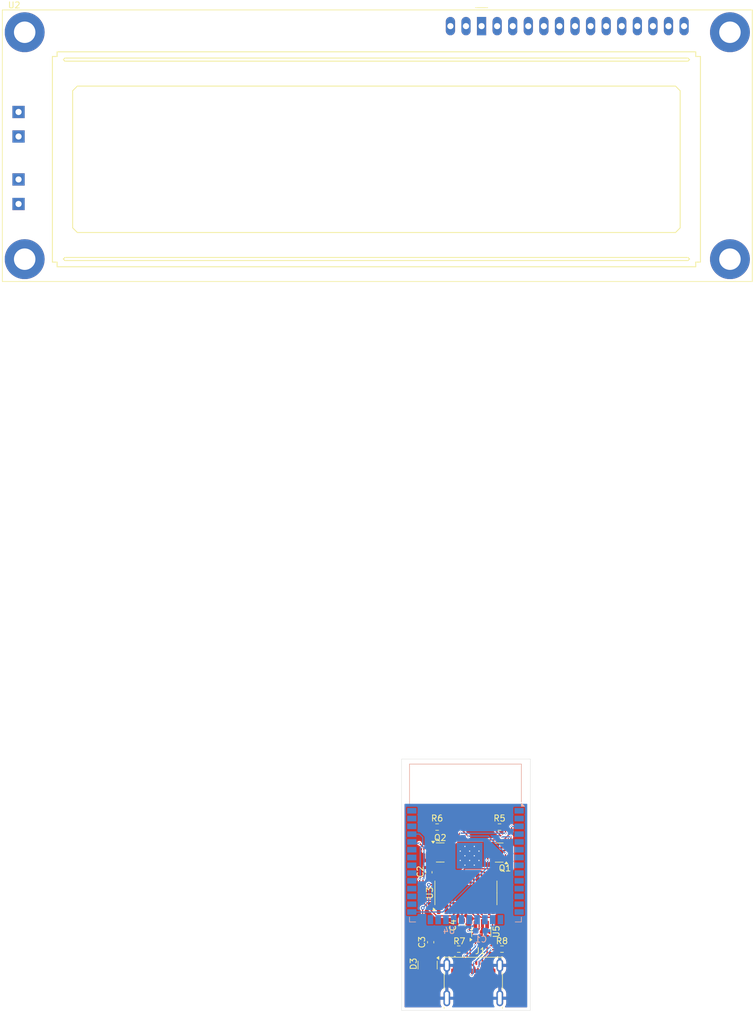
<source format=kicad_pcb>
(kicad_pcb (version 20240108) (generator "pcbnew") (generator_version "8.0")
  (layers (0 "F.Cu" signal) (31 "B.Cu" signal) (34 "B.Paste" user) (35 "F.Paste" user) (36 "B.SilkS" user "B.Silkscreen") (37 "F.SilkS" user "F.Silkscreen") (38 "B.Mask" user) (39 "F.Mask" user) (44 "Edge.Cuts" user))
  (net 0 "")
  (net 1 "GND")
  (net 2 "+3.3V")
  (net 3 "+5V")
  (net 5 "/USB and Programmer/USB_D+")
  (net 7 "/USB and Programmer/USB_D-")
  (net 16 "Net-(J1-CC2)")
  (net 17 "Net-(J1-CC1)")
  (net 18 "Net-(Q1-B)")
  (net 19 "/USB and Programmer/ESP_IO0")
  (net 20 "Net-(Q1-E)")
  (net 21 "Net-(Q2-B)")
  (net 22 "/USB and Programmer/ESP_EN")
  (net 23 "Net-(Q2-E)")
  (net 24 "Net-(U1-IO19)")
  (net 25 "Net-(U1-IO5)")
  (net 26 "Net-(U1-IO21)")
  (net 27 "Net-(U1-IO22)")
  (net 28 "Net-(U1-IO13)")
  (net 29 "Net-(U1-IO18)")
  (net 30 "Net-(U1-IO17)")
  (net 31 "Net-(U1-IO16)")
  (net 32 "VDD")
  (net 33 "Net-(U1-IO27)")
  (net 34 "Net-(U1-IO23)")
  (net 35 "Net-(U2-VO)")
  (net 36 "/USB and Programmer/ESP_TX")
  (net 39 "/USB and Programmer/ESP_RX")
  (net 42 "Net-(U3-V3)")
  (net 47 "Net-(U4-GND-Pad1)")
  (footprint "Connector_USB:USB_C_Receptacle_Molex_105450-0101" (layer "F.Cu") (at 152.6525 185.955)
    (property "Reference" "J1" (at 1.1475 -5.155 0) (layer "F.SilkS"))
    (property "Value" "USB_C_Receptacle")
    (fp_line (start -4.75 -4.125) (end 4.75 -4.125) (stroke (width 0.12)) (layer "F.SilkS"))
    (fp_line (start -4.75 -1.625) (end -4.75 1.075) (stroke (width 0.12)) (layer "F.SilkS"))
    (fp_line (start -4.75 4.235) (end -4.75 4.025) (stroke (width 0.12)) (layer "F.SilkS"))
    (fp_line (start -3.125 -4.275) (end -2.9 -4.275) (stroke (width 0.12)) (layer "F.SilkS"))
    (fp_line (start 4.75 1.125) (end 4.75 -1.6) (stroke (width 0.12)) (layer "F.SilkS"))
    (fp_line (start 4.75 4.225) (end 4.75 4) (stroke (width 0.12)) (layer "F.SilkS"))
    (pad "A1" smd rect (at -3 -3.215) (size 0.3 0.7) (layers "F.Cu" "F.Paste" "F.Mask") (net 1 "GND"))
    (pad "A2" smd rect (at -2.5 -3.215) (size 0.3 0.7) (layers "F.Cu" "F.Paste" "F.Mask"))
    (pad "A3" smd rect (at -2 -3.215) (size 0.3 0.7) (layers "F.Cu" "F.Paste" "F.Mask"))
    (pad "A4" smd rect (at -1.5 -3.215) (size 0.3 0.7) (layers "F.Cu" "F.Paste" "F.Mask") (net 3 "+5V"))
    (pad "A5" smd rect (at -1 -3.215) (size 0.3 0.7) (layers "F.Cu" "F.Paste" "F.Mask") (net 17 "Net-(J1-CC1)"))
    (pad "A6" smd rect (at -0.5 -3.215) (size 0.3 0.7) (layers "F.Cu" "F.Paste" "F.Mask") (net 5 "/USB and Programmer/USB_D+"))
    (pad "A7" smd rect (at 0.5 -3.215) (size 0.3 0.7) (layers "F.Cu" "F.Paste" "F.Mask") (net 7 "/USB and Programmer/USB_D-"))
    (pad "A8" smd rect (at 1 -3.215) (size 0.3 0.7) (layers "F.Cu" "F.Paste" "F.Mask"))
    (pad "A9" smd rect (at 1.5 -3.215) (size 0.3 0.7) (layers "F.Cu" "F.Paste" "F.Mask") (net 3 "+5V"))
    (pad "A10" smd rect (at 2 -3.215) (size 0.3 0.7) (layers "F.Cu" "F.Paste" "F.Mask"))
    (pad "A11" smd rect (at 2.5 -3.215) (size 0.3 0.7) (layers "F.Cu" "F.Paste" "F.Mask"))
    (pad "A12" smd rect (at 3 -3.215) (size 0.3 0.7) (layers "F.Cu" "F.Paste" "F.Mask") (net 1 "GND"))
    (pad "B1" smd rect (at 3.1 -1.915) (size 1 0.7) (layers "F.Cu" "F.Paste" "F.Mask") (net 1 "GND"))
    (pad "B2" smd rect (at 2.25 -1.915) (size 0.3 0.7) (layers "F.Cu" "F.Paste" "F.Mask"))
    (pad "B3" smd rect (at 1.75 -1.915) (size 0.3 0.7) (layers "F.Cu" "F.Paste" "F.Mask"))
    (pad "B4" smd rect (at 1.25 -1.915) (size 0.3 0.7) (layers "F.Cu" "F.Paste" "F.Mask") (net 3 "+5V"))
    (pad "B5" smd rect (at 0.75 -1.915) (size 0.3 0.7) (layers "F.Cu" "F.Paste" "F.Mask") (net 16 "Net-(J1-CC2)"))
    (pad "B6" smd rect (at 0.25 -1.915) (size 0.3 0.7) (layers "F.Cu" "F.Paste" "F.Mask") (net 5 "/USB and Programmer/USB_D+"))
    (pad "B7" smd rect (at -0.25 -1.915) (size 0.3 0.7) (layers "F.Cu" "F.Paste" "F.Mask") (net 7 "/USB and Programmer/USB_D-"))
    (pad "B8" smd rect (at -0.75 -1.915) (size 0.3 0.7) (layers "F.Cu" "F.Paste" "F.Mask"))
    (pad "B9" smd rect (at -1.25 -1.915) (size 0.3 0.7) (layers "F.Cu" "F.Paste" "F.Mask") (net 3 "+5V"))
    (pad "B10" smd rect (at -1.75 -1.915) (size 0.3 0.7) (layers "F.Cu" "F.Paste" "F.Mask"))
    (pad "B11" smd rect (at -2.25 -1.915) (size 0.3 0.7) (layers "F.Cu" "F.Paste" "F.Mask"))
    (pad "B12" smd rect (at -3.1 -1.915) (size 1 0.7) (layers "F.Cu" "F.Paste" "F.Mask") (net 1 "GND"))
    (pad "S1" thru_hole oval (at -4.32 -2.805) (size 1.1 2.1) (drill oval 0.6 1.6) (layers "*.Cu" "*.Mask") (net 1 "GND"))
    (pad "S1" thru_hole oval (at -4.32 2.555) (size 1.1 2.6) (drill oval 0.6 2.1) (layers "*.Cu" "*.Mask") (net 1 "GND"))
    (pad "S1" thru_hole oval (at 4.32 -2.805) (size 1.1 2.1) (drill oval 0.6 1.6) (layers "*.Cu" "*.Mask") (net 1 "GND"))
    (pad "S1" thru_hole oval (at 4.32 2.555) (size 1.1 2.6) (drill oval 0.6 2.1) (layers "*.Cu" "*.Mask") (net 1 "GND"))
    (zone (net 0) (net_name "") (layers "F.Cu" "Dwgs.User") (connect_pads (clearance 0)) (min_thickness 0.254)
      (keepout (tracks not_allowed) (vias not_allowed) (pads not_allowed) (copperpour not_allowed) (footprints not_allowed))
      (fill (thermal_gap 0.508) (thermal_bridge_width 0.508))
      (polygon (pts (xy 156.1525 190.28) (xy 149.1525 190.28) (xy 149.1525 185.15) (xy 156.1525 185.15)))
    )
  )
  (footprint "Package_TO_SOT_SMD:SOT-23" (layer "F.Cu") (at 145.2 183.1 -90)
    (property "Reference" "D3" (at -0.2 2.3 90) (layer "F.SilkS"))
    (property "Value" "D_Zener" (hide yes))
    (fp_line (start 0 1.56) (end -0.65 1.56) (stroke (width 0.12)) (layer "F.SilkS"))
    (fp_line (start 0 1.56) (end 0.65 1.56) (stroke (width 0.12)) (layer "F.SilkS"))
    (fp_line (start 0 -1.56) (end -0.65 -1.56) (stroke (width 0.12)) (layer "F.SilkS"))
    (fp_line (start 0 -1.56) (end 0.65 -1.56) (stroke (width 0.12)) (layer "F.SilkS"))
    (fp_poly (pts (xy -1.1625 -1.51) (xy -1.4025 -1.84) (xy -0.9225 -1.84) (xy -1.1625 -1.51)) (stroke (width 0.12)) (fill solid) (layer "F.SilkS"))
    (pad "1" smd roundrect (at -0.9375 -0.95 270) (size 1.475 0.6) (layers "F.Cu" "F.Paste" "F.Mask") (net 1 "GND"))
    (pad "2" smd roundrect (at -0.9375 0.95 270) (size 1.475 0.6) (layers "F.Cu" "F.Paste" "F.Mask"))
    (pad "3" smd roundrect (at 0.9375 0 270) (size 1.475 0.6) (layers "F.Cu" "F.Paste" "F.Mask") (net 3 "+5V"))
  )
  (footprint "Display:LCD-016N002L" (layer "F.Cu") (at 154 30)
    (property "Reference" "U2" (at -76.21 -3.41 180) (layer "F.SilkS"))
    (property "Value" "LCD-016N002L")
    (fp_line (start -78.14 -2.64) (end -78.14 41.64) (stroke (width 0.12)) (layer "F.SilkS"))
    (fp_line (start -78.14 41.64) (end 44.14 41.64) (stroke (width 0.12)) (layer "F.SilkS"))
    (fp_line (start -69.977 4.953) (end -69.977 38.481) (stroke (width 0.15)) (layer "F.SilkS"))
    (fp_line (start -69.215 4.191) (end -69.215 4.953) (stroke (width 0.15)) (layer "F.SilkS"))
    (fp_line (start -69.215 4.953) (end -69.977 4.953) (stroke (width 0.15)) (layer "F.SilkS"))
    (fp_line (start -69.215 38.481) (end -69.977 38.481) (stroke (width 0.15)) (layer "F.SilkS"))
    (fp_line (start -69.215 39.243) (end -69.215 38.481) (stroke (width 0.15)) (layer "F.SilkS"))
    (fp_line (start -69.215 39.243) (end 34.925 39.243) (stroke (width 0.15)) (layer "F.SilkS"))
    (fp_line (start -68.199 5.461) (end -67.945 5.715) (stroke (width 0.15)) (layer "F.SilkS"))
    (fp_line (start -68.199 37.973) (end -67.945 38.227) (stroke (width 0.15)) (layer "F.SilkS"))
    (fp_line (start -67.945 5.207) (end -68.199 5.461) (stroke (width 0.15)) (layer "F.SilkS"))
    (fp_line (start -67.945 5.715) (end 33.655 5.715) (stroke (width 0.15)) (layer "F.SilkS"))
    (fp_line (start -67.945 37.719) (end -68.199 37.973) (stroke (width 0.15)) (layer "F.SilkS"))
    (fp_line (start -67.945 38.227) (end 33.655 38.227) (stroke (width 0.15)) (layer "F.SilkS"))
    (fp_line (start -66.675 10.541) (end -65.913 9.779) (stroke (width 0.15)) (layer "F.SilkS"))
    (fp_line (start -66.675 32.893) (end -66.675 10.541) (stroke (width 0.15)) (layer "F.SilkS"))
    (fp_line (start -65.913 9.779) (end 31.623 9.779) (stroke (width 0.15)) (layer "F.SilkS"))
    (fp_line (start -65.913 33.655) (end -66.675 32.893) (stroke (width 0.15)) (layer "F.SilkS"))
    (fp_line (start -1 -3) (end 1 -3) (stroke (width 0.12)) (layer "F.SilkS"))
    (fp_line (start 31.623 9.779) (end 32.385 10.541) (stroke (width 0.15)) (layer "F.SilkS"))
    (fp_line (start 31.623 33.655) (end -65.913 33.655) (stroke (width 0.15)) (layer "F.SilkS"))
    (fp_line (start 32.385 10.541) (end 32.385 32.893) (stroke (width 0.15)) (layer "F.SilkS"))
    (fp_line (start 32.385 32.893) (end 31.623 33.655) (stroke (width 0.15)) (layer "F.SilkS"))
    (fp_line (start 33.655 5.207) (end -67.945 5.207) (stroke (width 0.15)) (layer "F.SilkS"))
    (fp_line (start 33.655 5.207) (end 33.909 5.461) (stroke (width 0.15)) (layer "F.SilkS"))
    (fp_line (start 33.655 37.719) (end -67.945 37.719) (stroke (width 0.15)) (layer "F.SilkS"))
    (fp_line (start 33.655 38.227) (end 33.909 37.973) (stroke (width 0.15)) (layer "F.SilkS"))
    (fp_line (start 33.909 5.461) (end 33.655 5.715) (stroke (width 0.15)) (layer "F.SilkS"))
    (fp_line (start 33.909 37.973) (end 33.655 37.719) (stroke (width 0.15)) (layer "F.SilkS"))
    (fp_line (start 34.925 4.191) (end -69.215 4.191) (stroke (width 0.15)) (layer "F.SilkS"))
    (fp_line (start 34.925 4.191) (end 34.925 4.953) (stroke (width 0.15)) (layer "F.SilkS"))
    (fp_line (start 34.925 4.953) (end 35.687 4.953) (stroke (width 0.15)) (layer "F.SilkS"))
    (fp_line (start 34.925 38.481) (end 34.925 39.243) (stroke (width 0.15)) (layer "F.SilkS"))
    (fp_line (start 35.687 38.481) (end 34.925 38.481) (stroke (width 0.15)) (layer "F.SilkS"))
    (fp_line (start 35.687 38.481) (end 35.687 4.953) (stroke (width 0.15)) (layer "F.SilkS"))
    (fp_line (start 44.14 -2.64) (end -78.14 -2.64) (stroke (width 0.12)) (layer "F.SilkS"))
    (fp_line (start 44.14 -2.64) (end 44.14 41.64) (stroke (width 0.12)) (layer "F.SilkS"))
    (pad "" thru_hole circle (at -74.5 1 180) (size 6.5 6.5) (drill 3.5) (layers "*.Cu" "*.Mask"))
    (pad "" thru_hole circle (at -74.5 38 180) (size 6.5 6.5) (drill 3.5) (layers "*.Cu" "*.Mask"))
    (pad "" thru_hole circle (at 40.5 1 180) (size 6.5 6.5) (drill 3.5) (layers "*.Cu" "*.Mask"))
    (pad "" thru_hole circle (at 40.5 38 180) (size 6.5 6.5) (drill 3.5) (layers "*.Cu" "*.Mask"))
    (pad "1" thru_hole rect (at 0 0 180) (size 1.5 3) (drill 1) (layers "*.Cu" "*.Mask") (net 1 "GND"))
    (pad "2" thru_hole oval (at 2.54 0 180) (size 1.5 3) (drill 1) (layers "*.Cu" "*.Mask") (net 32 "VDD"))
    (pad "3" thru_hole oval (at 5.08 0 180) (size 1.5 3) (drill 1) (layers "*.Cu" "*.Mask") (net 35 "Net-(U2-VO)"))
    (pad "4" thru_hole oval (at 7.62 0 180) (size 1.5 3) (drill 1) (layers "*.Cu" "*.Mask") (net 28 "Net-(U1-IO13)"))
    (pad "5" thru_hole oval (at 10.16 0 180) (size 1.5 3) (drill 1) (layers "*.Cu" "*.Mask") (net 1 "GND"))
    (pad "6" thru_hole oval (at 12.7 0 180) (size 1.5 3) (drill 1) (layers "*.Cu" "*.Mask") (net 25 "Net-(U1-IO5)"))
    (pad "7" thru_hole oval (at 15.24 0 180) (size 1.5 3) (drill 1) (layers "*.Cu" "*.Mask") (net 31 "Net-(U1-IO16)"))
    (pad "8" thru_hole oval (at 17.78 0 180) (size 1.5 3) (drill 1) (layers "*.Cu" "*.Mask") (net 30 "Net-(U1-IO17)"))
    (pad "9" thru_hole oval (at 20.32 0 180) (size 1.5 3) (drill 1) (layers "*.Cu" "*.Mask") (net 29 "Net-(U1-IO18)"))
    (pad "10" thru_hole oval (at 22.86 0 180) (size 1.5 3) (drill 1) (layers "*.Cu" "*.Mask") (net 24 "Net-(U1-IO19)"))
    (pad "11" thru_hole oval (at 25.4 0 180) (size 1.5 3) (drill 1) (layers "*.Cu" "*.Mask") (net 26 "Net-(U1-IO21)"))
    (pad "12" thru_hole oval (at 27.94 0 180) (size 1.5 3) (drill 1) (layers "*.Cu" "*.Mask") (net 27 "Net-(U1-IO22)"))
    (pad "13" thru_hole oval (at 30.48 0 180) (size 1.5 3) (drill 1) (layers "*.Cu" "*.Mask") (net 34 "Net-(U1-IO23)"))
    (pad "14" thru_hole oval (at 33.02 0 180) (size 1.5 3) (drill 1) (layers "*.Cu" "*.Mask") (net 33 "Net-(U1-IO27)"))
    (pad "15" thru_hole oval (at -2.54 0 180) (size 1.5 3) (drill 1) (layers "*.Cu" "*.Mask") (net 32 "VDD"))
    (pad "16" thru_hole oval (at -5.08 0 180) (size 1.5 3) (drill 1) (layers "*.Cu" "*.Mask") (net 1 "GND"))
    (pad "A1" thru_hole rect (at -75.5 14 180) (size 2 2) (drill 1) (layers "*.Cu" "*.Mask") (net 32 "VDD"))
    (pad "A2" thru_hole rect (at -75.5 25 180) (size 2 2) (drill 1) (layers "*.Cu" "*.Mask") (net 32 "VDD"))
    (pad "K1" thru_hole rect (at -75.5 18 180) (size 2 2) (drill 1) (layers "*.Cu" "*.Mask") (net 1 "GND"))
    (pad "K2" thru_hole rect (at -75.5 29 180) (size 2 2) (drill 1) (layers "*.Cu" "*.Mask") (net 1 "GND"))
  )
  (footprint "Capacitor_SMD:C_0603_1608Metric" (layer "F.Cu") (at 145.7 179.375 90)
    (property "Reference" "C3" (at 0 -1.43 90) (layer "F.SilkS"))
    (property "Value" "100nF" (hide yes))
    (fp_line (start -0.14058 -0.51) (end 0.14058 -0.51) (stroke (width 0.12)) (layer "F.SilkS"))
    (fp_line (start -0.14058 0.51) (end 0.14058 0.51) (stroke (width 0.12)) (layer "F.SilkS"))
    (pad "1" smd roundrect (at -0.775 0 90) (size 0.9 0.95) (layers "F.Cu" "F.Paste" "F.Mask") (net 3 "+5V"))
    (pad "2" smd roundrect (at 0.775 0 90) (size 0.9 0.95) (layers "F.Cu" "F.Paste" "F.Mask") (net 1 "GND"))
  )
  (footprint "Resistor_SMD:R_0603_1608Metric" (layer "F.Cu") (at 156.925 160.6)
    (property "Reference" "R5" (at 0 -1.43 0) (layer "F.SilkS"))
    (property "Value" "10k" (hide yes))
    (fp_line (start -0.237258 -0.5225) (end 0.237258 -0.5225) (stroke (width 0.12)) (layer "F.SilkS"))
    (fp_line (start -0.237258 0.5225) (end 0.237258 0.5225) (stroke (width 0.12)) (layer "F.SilkS"))
    (pad "1" smd roundrect (at -0.825 0) (size 0.8 0.95) (layers "F.Cu" "F.Paste" "F.Mask") (net 20 "Net-(Q1-E)"))
    (pad "2" smd roundrect (at 0.825 0) (size 0.8 0.95) (layers "F.Cu" "F.Paste" "F.Mask") (net 21 "Net-(Q2-B)"))
  )
  (footprint "Resistor_SMD:R_0603_1608Metric" (layer "F.Cu") (at 146.75 160.6)
    (property "Reference" "R6" (at 0 -1.43 0) (layer "F.SilkS"))
    (property "Value" "10k" (hide yes))
    (fp_line (start -0.237258 -0.5225) (end 0.237258 -0.5225) (stroke (width 0.12)) (layer "F.SilkS"))
    (fp_line (start -0.237258 0.5225) (end 0.237258 0.5225) (stroke (width 0.12)) (layer "F.SilkS"))
    (pad "1" smd roundrect (at -0.825 0) (size 0.8 0.95) (layers "F.Cu" "F.Paste" "F.Mask") (net 23 "Net-(Q2-E)"))
    (pad "2" smd roundrect (at 0.825 0) (size 0.8 0.95) (layers "F.Cu" "F.Paste" "F.Mask") (net 18 "Net-(Q1-B)"))
  )
  (footprint "Package_TO_SOT_SMD:SOT-23" (layer "F.Cu") (at 147.2625 164.7425)
    (property "Reference" "Q2" (at 0 -2.4 0) (layer "F.SilkS"))
    (property "Value" "BC817" (hide yes))
    (fp_line (start 0 -1.56) (end -0.65 -1.56) (stroke (width 0.12)) (layer "F.SilkS"))
    (fp_line (start 0 -1.56) (end 0.65 -1.56) (stroke (width 0.12)) (layer "F.SilkS"))
    (fp_line (start 0 1.56) (end -0.65 1.56) (stroke (width 0.12)) (layer "F.SilkS"))
    (fp_line (start 0 1.56) (end 0.65 1.56) (stroke (width 0.12)) (layer "F.SilkS"))
    (fp_poly (pts (xy -1.1625 -1.51) (xy -1.4025 -1.84) (xy -0.9225 -1.84) (xy -1.1625 -1.51)) (stroke (width 0.12)) (fill solid) (layer "F.SilkS"))
    (pad "1" smd roundrect (at -0.9375 -0.95) (size 1.475 0.6) (layers "F.Cu" "F.Paste" "F.Mask") (net 21 "Net-(Q2-B)"))
    (pad "2" smd roundrect (at -0.9375 0.95) (size 1.475 0.6) (layers "F.Cu" "F.Paste" "F.Mask") (net 23 "Net-(Q2-E)"))
    (pad "3" smd roundrect (at 0.9375 0) (size 1.475 0.6) (layers "F.Cu" "F.Paste" "F.Mask") (net 22 "/USB and Programmer/ESP_EN"))
  )
  (footprint "Capacitor_SMD:C_0603_1608Metric" (layer "F.Cu") (at 145.4125 167.975 90)
    (property "Reference" "C2" (at 0.1 -1.4 90) (layer "F.SilkS"))
    (property "Value" "100nF" (hide yes))
    (fp_line (start -0.14058 -0.51) (end 0.14058 -0.51) (stroke (width 0.12)) (layer "F.SilkS"))
    (fp_line (start -0.14058 0.51) (end 0.14058 0.51) (stroke (width 0.12)) (layer "F.SilkS"))
    (pad "1" smd roundrect (at -0.775 0 90) (size 0.9 0.95) (layers "F.Cu" "F.Paste" "F.Mask") (net 3 "+5V"))
    (pad "2" smd roundrect (at 0.775 0 90) (size 0.9 0.95) (layers "F.Cu" "F.Paste" "F.Mask") (net 1 "GND"))
  )
  (footprint "Package_TO_SOT_SMD:SOT-23-5" (layer "F.Cu") (at 153.95 177.6625 90)
    (property "Reference" "U5" (at 0 2.45 90) (layer "F.SilkS"))
    (property "Value" "MIC5504-3.3YM5" (hide yes))
    (fp_line (start 0 -1.56) (end 0.8 -1.56) (stroke (width 0.12)) (layer "F.SilkS"))
    (fp_line (start 0 -1.56) (end -0.8 -1.56) (stroke (width 0.12)) (layer "F.SilkS"))
    (fp_line (start 0 1.56) (end 0.8 1.56) (stroke (width 0.12)) (layer "F.SilkS"))
    (fp_line (start 0 1.56) (end -0.8 1.56) (stroke (width 0.12)) (layer "F.SilkS"))
    (fp_poly (pts (xy -1.3 -1.51) (xy -1.54 -1.84) (xy -1.06 -1.84) (xy -1.3 -1.51)) (stroke (width 0.12)) (fill solid) (layer "F.SilkS"))
    (pad "1" smd roundrect (at -1.1375 -0.95 90) (size 1.325 0.6) (layers "F.Cu" "F.Paste" "F.Mask") (net 3 "+5V"))
    (pad "2" smd roundrect (at -1.1375 0 90) (size 1.325 0.6) (layers "F.Cu" "F.Paste" "F.Mask") (net 1 "GND"))
    (pad "3" smd roundrect (at -1.1375 0.95 90) (size 1.325 0.6) (layers "F.Cu" "F.Paste" "F.Mask") (net 3 "+5V"))
    (pad "4" smd roundrect (at 1.1375 0.95 90) (size 1.325 0.6) (layers "F.Cu" "F.Paste" "F.Mask"))
    (pad "5" smd roundrect (at 1.1375 -0.95 90) (size 1.325 0.6) (layers "F.Cu" "F.Paste" "F.Mask") (net 2 "+3.3V"))
  )
  (footprint "Capacitor_SMD:C_0603_1608Metric" (layer "F.Cu") (at 150.8125 176.605 -90)
    (property "Reference" "C4" (at 0 1.5 90) (layer "F.SilkS"))
    (property "Value" "100nF" (hide yes))
    (fp_line (start -0.14058 0.51) (end 0.14058 0.51) (stroke (width 0.12)) (layer "F.SilkS"))
    (fp_line (start -0.14058 -0.51) (end 0.14058 -0.51) (stroke (width 0.12)) (layer "F.SilkS"))
    (pad "1" smd roundrect (at -0.775 0 270) (size 0.9 0.95) (layers "F.Cu" "F.Paste" "F.Mask") (net 42 "Net-(U3-V3)"))
    (pad "2" smd roundrect (at 0.775 0 270) (size 0.9 0.95) (layers "F.Cu" "F.Paste" "F.Mask") (net 1 "GND"))
  )
  (footprint "Package_TO_SOT_SMD:SOT-23" (layer "F.Cu") (at 156.875 164.755 180)
    (property "Reference" "Q1" (at -0.9375 -2.55 0) (layer "F.SilkS"))
    (property "Value" "BC817" (hide yes))
    (fp_line (start 0 1.56) (end 0.65 1.56) (stroke (width 0.12)) (layer "F.SilkS"))
    (fp_line (start 0 1.56) (end -0.65 1.56) (stroke (width 0.12)) (layer "F.SilkS"))
    (fp_line (start 0 -1.56) (end 0.65 -1.56) (stroke (width 0.12)) (layer "F.SilkS"))
    (fp_line (start 0 -1.56) (end -0.65 -1.56) (stroke (width 0.12)) (layer "F.SilkS"))
    (fp_poly (pts (xy -1.1625 -1.51) (xy -1.4025 -1.84) (xy -0.9225 -1.84) (xy -1.1625 -1.51)) (stroke (width 0.12)) (fill solid) (layer "F.SilkS"))
    (pad "1" smd roundrect (at -0.9375 -0.95 180) (size 1.475 0.6) (layers "F.Cu" "F.Paste" "F.Mask") (net 18 "Net-(Q1-B)"))
    (pad "2" smd roundrect (at -0.9375 0.95 180) (size 1.475 0.6) (layers "F.Cu" "F.Paste" "F.Mask") (net 20 "Net-(Q1-E)"))
    (pad "3" smd roundrect (at 0.9375 0 180) (size 1.475 0.6) (layers "F.Cu" "F.Paste" "F.Mask") (net 19 "/USB and Programmer/ESP_IO0"))
  )
  (footprint "Resistor_SMD:R_0603_1608Metric" (layer "F.Cu") (at 150.275 180.5 180)
    (property "Reference" "R7" (at -0.1 1.3 0) (layer "F.SilkS"))
    (property "Value" "5.1k" (hide yes))
    (fp_line (start -0.237258 0.5225) (end 0.237258 0.5225) (stroke (width 0.12)) (layer "F.SilkS"))
    (fp_line (start -0.237258 -0.5225) (end 0.237258 -0.5225) (stroke (width 0.12)) (layer "F.SilkS"))
    (pad "1" smd roundrect (at -0.825 0 180) (size 0.8 0.95) (layers "F.Cu" "F.Paste" "F.Mask") (net 17 "Net-(J1-CC1)"))
    (pad "2" smd roundrect (at 0.825 0 180) (size 0.8 0.95) (layers "F.Cu" "F.Paste" "F.Mask") (net 1 "GND"))
  )
  (footprint "Resistor_SMD:R_0603_1608Metric" (layer "F.Cu") (at 157.325 180.5)
    (property "Reference" "R8" (at 0 -1.325 0) (layer "F.SilkS"))
    (property "Value" "5.1k" (hide yes))
    (fp_line (start -0.237258 -0.5225) (end 0.237258 -0.5225) (stroke (width 0.12)) (layer "F.SilkS"))
    (fp_line (start -0.237258 0.5225) (end 0.237258 0.5225) (stroke (width 0.12)) (layer "F.SilkS"))
    (pad "1" smd roundrect (at -0.825 0) (size 0.8 0.95) (layers "F.Cu" "F.Paste" "F.Mask") (net 16 "Net-(J1-CC2)"))
    (pad "2" smd roundrect (at 0.825 0) (size 0.8 0.95) (layers "F.Cu" "F.Paste" "F.Mask") (net 1 "GND"))
  )
  (footprint "Package_SO:SOIC-16_3.9x9.9mm_P1.27mm" (layer "F.Cu") (at 151.4475 171.33 90)
    (property "Reference" "U3" (at 0 -5.9 90) (layer "F.SilkS"))
    (property "Value" "CH340C" (hide yes))
    (fp_line (start 0 -5.06) (end 1.95 -5.06) (stroke (width 0.12)) (layer "F.SilkS"))
    (fp_line (start 0 -5.06) (end -1.95 -5.06) (stroke (width 0.12)) (layer "F.SilkS"))
    (fp_line (start 0 5.06) (end 1.95 5.06) (stroke (width 0.12)) (layer "F.SilkS"))
    (fp_line (start 0 5.06) (end -1.95 5.06) (stroke (width 0.12)) (layer "F.SilkS"))
    (fp_poly (pts (xy -2.7 -5.005) (xy -2.94 -5.335) (xy -2.46 -5.335) (xy -2.7 -5.005)) (stroke (width 0.12)) (fill solid) (layer "F.SilkS"))
    (pad "1" smd roundrect (at -2.475 -4.445 90) (size 1.95 0.6) (layers "F.Cu" "F.Paste" "F.Mask") (net 1 "GND"))
    (pad "2" smd roundrect (at -2.475 -3.175 90) (size 1.95 0.6) (layers "F.Cu" "F.Paste" "F.Mask") (net 39 "/USB and Programmer/ESP_RX"))
    (pad "3" smd roundrect (at -2.475 -1.905 90) (size 1.95 0.6) (layers "F.Cu" "F.Paste" "F.Mask") (net 36 "/USB and Programmer/ESP_TX"))
    (pad "4" smd roundrect (at -2.475 -0.635 90) (size 1.95 0.6) (layers "F.Cu" "F.Paste" "F.Mask") (net 42 "Net-(U3-V3)"))
    (pad "5" smd roundrect (at -2.475 0.635 90) (size 1.95 0.6) (layers "F.Cu" "F.Paste" "F.Mask") (net 5 "/USB and Programmer/USB_D+"))
    (pad "6" smd roundrect (at -2.475 1.905 90) (size 1.95 0.6) (layers "F.Cu" "F.Paste" "F.Mask") (net 7 "/USB and Programmer/USB_D-"))
    (pad "7" smd roundrect (at -2.475 3.175 90) (size 1.95 0.6) (layers "F.Cu" "F.Paste" "F.Mask"))
    (pad "8" smd roundrect (at -2.475 4.445 90) (size 1.95 0.6) (layers "F.Cu" "F.Paste" "F.Mask"))
    (pad "9" smd roundrect (at 2.475 4.445 90) (size 1.95 0.6) (layers "F.Cu" "F.Paste" "F.Mask"))
    (pad "10" smd roundrect (at 2.475 3.175 90) (size 1.95 0.6) (layers "F.Cu" "F.Paste" "F.Mask"))
    (pad "11" smd roundrect (at 2.475 1.905 90) (size 1.95 0.6) (layers "F.Cu" "F.Paste" "F.Mask"))
    (pad "12" smd roundrect (at 2.475 0.635 90) (size 1.95 0.6) (layers "F.Cu" "F.Paste" "F.Mask"))
    (pad "13" smd roundrect (at 2.475 -0.635 90) (size 1.95 0.6) (layers "F.Cu" "F.Paste" "F.Mask") (net 20 "Net-(Q1-E)"))
    (pad "14" smd roundrect (at 2.475 -1.905 90) (size 1.95 0.6) (layers "F.Cu" "F.Paste" "F.Mask") (net 23 "Net-(Q2-E)"))
    (pad "15" smd roundrect (at 2.475 -3.175 90) (size 1.95 0.6) (layers "F.Cu" "F.Paste" "F.Mask"))
    (pad "16" smd roundrect (at 2.475 -4.445 90) (size 1.95 0.6) (layers "F.Cu" "F.Paste" "F.Mask") (net 3 "+5V"))
  )
  (footprint "Capacitor_SMD:C_0603_1608Metric" (layer "B.Cu") (at 153.825 177.5)
    (property "Reference" "C1" (at 0.075 1.4 0) (layer "B.SilkS") (effects (justify mirror)))
    (property "Value" "10 uF" (hide yes))
    (fp_line (start 0.14058 -0.51) (end -0.14058 -0.51) (stroke (width 0.12)) (layer "B.SilkS"))
    (fp_line (start 0.14058 0.51) (end -0.14058 0.51) (stroke (width 0.12)) (layer "B.SilkS"))
    (pad "1" smd roundrect (at -0.775 0) (size 0.9 0.95) (layers "B.Cu" "B.Paste" "B.Mask") (net 2 "+3.3V"))
    (pad "2" smd roundrect (at 0.775 0) (size 0.9 0.95) (layers "B.Cu" "B.Paste" "B.Mask") (net 1 "GND"))
  )
  (footprint "RF_Module:ESP32-WROOM-32" (layer "B.Cu") (at 151.37 166.19 180)
    (property "Reference" "U4" (at 2.67 -11.31 180) (layer "B.SilkS") (effects (justify mirror)))
    (property "Value" "ESP32-WROOM-32" (hide yes))
    (fp_line (start 9.12 15.86) (end -9.12 15.86) (stroke (width 0.12)) (layer "B.SilkS"))
    (fp_line (start 9.12 9.445) (end 9.12 15.86) (stroke (width 0.12)) (layer "B.SilkS"))
    (fp_line (start 9.12 -9.88) (end 9.12 -9.1) (stroke (width 0.12)) (layer "B.SilkS"))
    (fp_line (start 8.12 -9.88) (end 9.12 -9.88) (stroke (width 0.12)) (layer "B.SilkS"))
    (fp_line (start -8.12 -9.88) (end -9.12 -9.88) (stroke (width 0.12)) (layer "B.SilkS"))
    (fp_line (start -9.12 9.7) (end -9.12 15.86) (stroke (width 0.12)) (layer "B.SilkS"))
    (fp_line (start -9.12 -9.88) (end -9.12 -9.1) (stroke (width 0.12)) (layer "B.SilkS"))
    (fp_poly (pts (xy -9.125 8.975) (xy -9.625 8.975) (xy -9.125 9.475) (xy -9.125 8.975)) (stroke (width 0.12)) (fill solid) (layer "B.SilkS"))
    (pad "1" smd rect (at -8.75 8.25 180) (size 1.5 0.9) (layers "B.Cu" "B.Paste" "B.Mask") (net 47 "Net-(U4-GND-Pad1)"))
    (pad "2" smd rect (at -8.75 6.98 180) (size 1.5 0.9) (layers "B.Cu" "B.Paste" "B.Mask"))
    (pad "3" smd rect (at -8.75 5.71 180) (size 1.5 0.9) (layers "B.Cu" "B.Paste" "B.Mask") (net 22 "/USB and Programmer/ESP_EN"))
    (pad "4" smd rect (at -8.75 4.44 180) (size 1.5 0.9) (layers "B.Cu" "B.Paste" "B.Mask"))
    (pad "5" smd rect (at -8.75 3.17 180) (size 1.5 0.9) (layers "B.Cu" "B.Paste" "B.Mask"))
    (pad "6" smd rect (at -8.75 1.9 180) (size 1.5 0.9) (layers "B.Cu" "B.Paste" "B.Mask"))
    (pad "7" smd rect (at -8.75 0.63 180) (size 1.5 0.9) (layers "B.Cu" "B.Paste" "B.Mask"))
    (pad "8" smd rect (at -8.75 -0.64 180) (size 1.5 0.9) (layers "B.Cu" "B.Paste" "B.Mask"))
    (pad "9" smd rect (at -8.75 -1.91 180) (size 1.5 0.9) (layers "B.Cu" "B.Paste" "B.Mask"))
    (pad "10" smd rect (at -8.75 -3.18 180) (size 1.5 0.9) (layers "B.Cu" "B.Paste" "B.Mask"))
    (pad "11" smd rect (at -8.75 -4.45 180) (size 1.5 0.9) (layers "B.Cu" "B.Paste" "B.Mask"))
    (pad "12" smd rect (at -8.75 -5.72 180) (size 1.5 0.9) (layers "B.Cu" "B.Paste" "B.Mask"))
    (pad "13" smd rect (at -8.75 -6.99 180) (size 1.5 0.9) (layers "B.Cu" "B.Paste" "B.Mask"))
    (pad "14" smd rect (at -8.75 -8.26 180) (size 1.5 0.9) (layers "B.Cu" "B.Paste" "B.Mask"))
    (pad "15" smd rect (at -5.71 -9.51 90) (size 1.5 0.9) (layers "B.Cu" "B.Paste" "B.Mask") (net 47 "Net-(U4-GND-Pad1)"))
    (pad "16" smd rect (at -4.44 -9.51 90) (size 1.5 0.9) (layers "B.Cu" "B.Paste" "B.Mask"))
    (pad "17" smd rect (at -3.17 -9.51 90) (size 1.5 0.9) (layers "B.Cu" "B.Paste" "B.Mask"))
    (pad "18" smd rect (at -1.9 -9.51 90) (size 1.5 0.9) (layers "B.Cu" "B.Paste" "B.Mask"))
    (pad "19" smd rect (at -0.63 -9.51 90) (size 1.5 0.9) (layers "B.Cu" "B.Paste" "B.Mask"))
    (pad "20" smd rect (at 0.64 -9.51 90) (size 1.5 0.9) (layers "B.Cu" "B.Paste" "B.Mask"))
    (pad "21" smd rect (at 1.91 -9.51 90) (size 1.5 0.9) (layers "B.Cu" "B.Paste" "B.Mask"))
    (pad "22" smd rect (at 3.18 -9.51 90) (size 1.5 0.9) (layers "B.Cu" "B.Paste" "B.Mask"))
    (pad "23" smd rect (at 4.45 -9.51 90) (size 1.5 0.9) (layers "B.Cu" "B.Paste" "B.Mask"))
    (pad "24" smd rect (at 5.72 -9.51 90) (size 1.5 0.9) (layers "B.Cu" "B.Paste" "B.Mask"))
    (pad "25" smd rect (at 8.75 -8.26 180) (size 1.5 0.9) (layers "B.Cu" "B.Paste" "B.Mask") (net 19 "/USB and Programmer/ESP_IO0"))
    (pad "26" smd rect (at 8.75 -6.99 180) (size 1.5 0.9) (layers "B.Cu" "B.Paste" "B.Mask"))
    (pad "27" smd rect (at 8.75 -5.72 180) (size 1.5 0.9) (layers "B.Cu" "B.Paste" "B.Mask"))
    (pad "28" smd rect (at 8.75 -4.45 180) (size 1.5 0.9) (layers "B.Cu" "B.Paste" "B.Mask"))
    (pad "29" smd rect (at 8.75 -3.18 180) (size 1.5 0.9) (layers "B.Cu" "B.Paste" "B.Mask"))
    (pad "30" smd rect (at 8.75 -1.91 180) (size 1.5 0.9) (layers "B.Cu" "B.Paste" "B.Mask"))
    (pad "31" smd rect (at 8.75 -0.64 180) (size 1.5 0.9) (layers "B.Cu" "B.Paste" "B.Mask"))
    (pad "32" smd rect (at 8.75 0.63 180) (size 1.5 0.9) (layers "B.Cu" "B.Paste" "B.Mask"))
    (pad "33" smd rect (at 8.75 1.9 180) (size 1.5 0.9) (layers "B.Cu" "B.Paste" "B.Mask"))
    (pad "34" smd rect (at 8.75 3.17 180) (size 1.5 0.9) (layers "B.Cu" "B.Paste" "B.Mask") (net 39 "/USB and Programmer/ESP_RX"))
    (pad "35" smd rect (at 8.75 4.44 180) (size 1.5 0.9) (layers "B.Cu" "B.Paste" "B.Mask") (net 36 "/USB and Programmer/ESP_TX"))
    (pad "36" smd rect (at 8.75 5.71 180) (size 1.5 0.9) (layers "B.Cu" "B.Paste" "B.Mask"))
    (pad "37" smd rect (at 8.75 6.98 180) (size 1.5 0.9) (layers "B.Cu" "B.Paste" "B.Mask"))
    (pad "38" smd rect (at 8.75 8.25 180) (size 1.5 0.9) (layers "B.Cu" "B.Paste" "B.Mask") (net 47 "Net-(U4-GND-Pad1)"))
    (pad "39" smd rect (at -2.205 -0.615 180) (size 1.05 1.05) (layers "B.Cu" "B.Paste") (net 47 "Net-(U4-GND-Pad1)"))
    (pad "39" thru_hole circle (at -2.205 0.1475 180) (size 0.6 0.6) (drill 0.2) (property pad_prop_heatsink) (layers "*.Cu" "B.Mask") (net 47 "Net-(U4-GND-Pad1)"))
    (pad "39" smd rect (at -2.205 0.91 180) (size 1.05 1.05) (layers "B.Cu" "B.Paste") (net 47 "Net-(U4-GND-Pad1)"))
    (pad "39" thru_hole circle (at -2.205 1.6725 180) (size 0.6 0.6) (drill 0.2) (property pad_prop_heatsink) (layers "*.Cu" "B.Mask") (net 47 "Net-(U4-GND-Pad1)"))
    (pad "39" smd rect (at -2.205 2.435 180) (size 1.05 1.05) (layers "B.Cu" "B.Paste") (net 47 "Net-(U4-GND-Pad1)"))
    (pad "39" thru_hole circle (at -1.4425 -0.615 180) (size 0.6 0.6) (drill 0.2) (property pad_prop_heatsink) (layers "*.Cu" "B.Mask") (net 47 "Net-(U4-GND-Pad1)"))
    (pad "39" thru_hole circle (at -1.4425 0.91 180) (size 0.6 0.6) (drill 0.2) (property pad_prop_heatsink) (layers "*.Cu" "B.Mask") (net 47 "Net-(U4-GND-Pad1)"))
    (pad "39" thru_hole circle (at -1.4425 2.435 180) (size 0.6 0.6) (drill 0.2) (property pad_prop_heatsink) (layers "*.Cu" "B.Mask") (net 47 "Net-(U4-GND-Pad1)"))
    (pad "39" smd rect (at -0.68 -0.615 180) (size 1.05 1.05) (layers "B.Cu" "B.Paste") (net 47 "Net-(U4-GND-Pad1)"))
    (pad "39" thru_hole circle (at -0.68 0.1475 180) (size 0.6 0.6) (drill 0.2) (property pad_prop_heatsink) (layers "*.Cu" "B.Mask") (net 47 "Net-(U4-GND-Pad1)"))
    (pad "39" smd rect (at -0.68 0.91 180) (size 1.05 1.05) (layers "B.Cu" "B.Paste") (net 47 "Net-(U4-GND-Pad1)"))
    (pad "39" smd rect (at -0.68 0.91 180) (size 4.2 4.2) (layers "B.Cu" "B.Mask") (net 47 "Net-(U4-GND-Pad1)"))
    (pad "39" thru_hole circle (at -0.68 1.6725 180) (size 0.6 0.6) (drill 0.2) (property pad_prop_heatsink) (layers "*.Cu" "B.Mask") (net 47 "Net-(U4-GND-Pad1)"))
    (pad "39" smd rect (at -0.68 2.435 180) (size 1.05 1.05) (layers "B.Cu" "B.Paste") (net 47 "Net-(U4-GND-Pad1)"))
    (pad "39" thru_hole circle (at 0.0825 -0.615 180) (size 0.6 0.6) (drill 0.2) (property pad_prop_heatsink) (layers "*.Cu" "B.Mask") (net 47 "Net-(U4-GND-Pad1)"))
    (pad "39" thru_hole circle (at 0.0825 0.91 180) (size 0.6 0.6) (drill 0.2) (property pad_prop_heatsink) (layers "*.Cu" "B.Mask") (net 47 "Net-(U4-GND-Pad1)"))
    (pad "39" thru_hole circle (at 0.0825 2.435 180) (size 0.6 0.6) (drill 0.2) (property pad_prop_heatsink) (layers "*.Cu" "B.Mask") (net 47 "Net-(U4-GND-Pad1)"))
    (pad "39" smd rect (at 0.845 -0.615 180) (size 1.05 1.05) (layers "B.Cu" "B.Paste") (net 47 "Net-(U4-GND-Pad1)"))
    (pad "39" thru_hole circle (at 0.845 0.1475 180) (size 0.6 0.6) (drill 0.2) (property pad_prop_heatsink) (layers "*.Cu" "B.Mask") (net 47 "Net-(U4-GND-Pad1)"))
    (pad "39" smd rect (at 0.845 0.91 180) (size 1.05 1.05) (layers "B.Cu" "B.Paste") (net 47 "Net-(U4-GND-Pad1)"))
    (pad "39" thru_hole circle (at 0.845 1.6725 180) (size 0.6 0.6) (drill 0.2) (property pad_prop_heatsink) (layers "*.Cu" "B.Mask") (net 47 "Net-(U4-GND-Pad1)"))
    (pad "39" smd rect (at 0.845 2.435 180) (size 1.05 1.05) (layers "B.Cu" "B.Paste") (net 47 "Net-(U4-GND-Pad1)"))
    (zone (net 0) (net_name "") (layers "F.Cu" "In1.Cu" "B.Cu") (connect_pads (clearance 0)) (min_thickness 0.254)
      (keepout (tracks not_allowed) (vias not_allowed) (pads not_allowed) (copperpour not_allowed) (footprints not_allowed))
      (fill (thermal_gap 0.508) (thermal_bridge_width 0.508))
      (polygon (pts (xy 175.37 156.39) (xy 127.37 156.39) (xy 127.37 135.45) (xy 175.37 135.45)))
    )
  )
  (gr_rect (start 140.95 149.5) (end 161.95 190.5) (stroke (width 0.05)) (fill none) (layer "Edge.Cuts"))
  (segment (start 156.5625 182.74) (end 156.9725 183.15) (width 0.2) (layer "F.Cu") (net 1))
  (segment (start 152.775 176.525) (end 153 176.525) (width 0.2) (layer "F.Cu") (net 2))
  (segment (start 151.8 177.5) (end 152.775 176.525) (width 0.2) (layer "F.Cu") (net 2))
  (via (at 151.8 177.5) (size 0.35) (drill 0.2) (layers "F.Cu" "B.Cu") (net 2))
  (segment (start 151.8 177.5) (end 153.05 177.5) (width 0.2) (layer "B.Cu") (net 2))
  (segment (start 154.1525 181.9475) (end 154.9 181.2) (width 0.2) (layer "F.Cu") (net 3))
  (segment (start 145.8575 170) (end 147.0025 168.855) (width 0.2) (layer "F.Cu") (net 3))
  (segment (start 144.4 178.85) (end 145.7 180.15) (width 0.2) (layer "F.Cu") (net 3))
  (segment (start 151.1525 182.74) (end 151.1525 181.625) (width 0.2) (layer "F.Cu") (net 3))
  (segment (start 145.2 180.65) (end 145.7 180.15) (width 0.2) (layer "F.Cu") (net 3))
  (segment (start 146.8475 168.7) (end 147.0025 168.855) (width 0.2) (layer "F.Cu") (net 3))
  (segment (start 154.9 178.8) (end 154.9 179.153052) (width 0.2) (layer "F.Cu") (net 3))
  (segment (start 144.4 173.8) (end 144.4 178.85) (width 0.2) (layer "F.Cu") (net 3))
  (segment (start 153 179.153052) (end 153 178.8) (width 0.2) (layer "F.Cu") (net 3))
  (segment (start 154.1525 183.24) (end 154.1525 182.74) (width 0.2) (layer "F.Cu") (net 3))
  (segment (start 145.4 170) (end 145.8575 170) (width 0.2) (layer "F.Cu") (net 3))
  (segment (start 145.2 184.0375) (end 146.0625 184.9) (width 0.2) (layer "F.Cu") (net 3))
  (segment (start 145.4325 168.7) (end 146.8475 168.7) (width 0.2) (layer "F.Cu") (net 3))
  (segment (start 151.1525 183.34) (end 151.4025 183.59) (width 0.2) (layer "F.Cu") (net 3))
  (segment (start 146.0625 184.9) (end 151.1425 184.9) (width 0.2) (layer "F.Cu") (net 3))
  (segment (start 151.4025 183.59) (end 151.4025 184.04) (width 0.2) (layer "F.Cu") (net 3))
  (segment (start 153.9025 184.04) (end 153.9025 183.49) (width 0.2) (layer "F.Cu") (net 3))
  (segment (start 154.9 181.2) (end 154.9 178.8) (width 0.2) (layer "F.Cu") (net 3))
  (segment (start 154.290552 179.7625) (end 153.609448 179.7625) (width 0.2) (layer "F.Cu") (net 3))
  (segment (start 151.4025 184.64) (end 151.4025 184.04) (width 0.2) (layer "F.Cu") (net 3))
  (segment (start 153.609448 179.7625) (end 153 179.153052) (width 0.2) (layer "F.Cu") (net 3))
  (segment (start 151.1525 181.625) (end 151.1775 181.6) (width 0.2) (layer "F.Cu") (net 3))
  (segment (start 145.2 184.0375) (end 145.2 180.65) (width 0.2) (layer "F.Cu") (net 3))
  (segment (start 153.9025 183.49) (end 154.1525 183.24) (width 0.2) (layer "F.Cu") (net 3))
  (segment (start 153 179.8) (end 153 178.8) (width 0.2) (layer "F.Cu") (net 3))
  (segment (start 145.4125 168.68) (end 145.4325 168.7) (width 0.2) (layer "F.Cu") (net 3))
  (segment (start 154.1525 182.74) (end 154.1525 181.9475) (width 0.2) (layer "F.Cu") (net 3))
  (segment (start 151.1525 182.74) (end 151.1525 183.34) (width 0.2) (layer "F.Cu") (net 3))
  (segment (start 147.0025 169.115) (end 147.0025 168.855) (width 0.2) (layer "F.Cu") (net 3))
  (segment (start 154.9 179.153052) (end 154.290552 179.7625) (width 0.2) (layer "F.Cu") (net 3))
  (segment (start 151.1425 184.9) (end 151.4025 184.64) (width 0.2) (layer "F.Cu") (net 3))
  (via (at 153 179.8) (size 0.35) (drill 0.2) (layers "F.Cu" "B.Cu") (net 3))
  (via (at 144.4 173.8) (size 0.6) (drill 0.3) (layers "F.Cu" "B.Cu") (net 3))
  (via (at 145.4 170) (size 0.6) (drill 0.3) (layers "F.Cu" "B.Cu") (net 3))
  (via (at 151.1775 181.6) (size 0.35) (drill 0.2) (layers "F.Cu" "B.Cu") (net 3))
  (segment (start 145.4 172.8) (end 144.4 173.8) (width 0.2) (layer "B.Cu") (net 3))
  (segment (start 153 180.1) (end 153 179.8) (width 0.2) (layer "B.Cu") (net 3))
  (segment (start 151.1775 181.6) (end 151.5 181.6) (width 0.2) (layer "B.Cu") (net 3))
  (segment (start 145.4 170) (end 145.4 172.8) (width 0.2) (layer "B.Cu") (net 3))
  (segment (start 151.5 181.6) (end 153 180.1) (width 0.2) (layer "B.Cu") (net 3))
  (segment (start 152.0825 174.304448) (end 153.6 175.821948) (width 0.2) (layer "F.Cu") (net 5))
  (segment (start 152.9025 183.49) (end 152.9025 184.04) (width 0.2) (layer "F.Cu") (net 5))
  (segment (start 152.659448 177.8375) (end 152.1525 178.344448) (width 0.2) (layer "F.Cu") (net 5))
  (segment (start 153.6 175.821948) (end 153.6 177.228052) (width 0.2) (layer "F.Cu") (net 5))
  (segment (start 152.0825 173.805) (end 152.0825 174.304448) (width 0.2) (layer "F.Cu") (net 5))
  (segment (start 152.1525 182.74) (end 152.9025 183.49) (width 0.2) (layer "F.Cu") (net 5))
  (segment (start 152.990552 177.8375) (end 152.659448 177.8375) (width 0.2) (layer "F.Cu") (net 5))
  (segment (start 152.1525 178.344448) (end 152.1525 182.74) (width 0.2) (layer "F.Cu") (net 5))
  (segment (start 153.6 177.228052) (end 152.990552 177.8375) (width 0.2) (layer "F.Cu") (net 5))
  (segment (start 152.792126 182.707874) (end 152.824252 182.74) (width 0.2) (layer "F.Cu") (net 7))
  (segment (start 153.3525 174.779999) (end 153.872501 175.3) (width 0.2) (layer "F.Cu") (net 7))
  (segment (start 152.4 184.0425) (end 152.4025 184.04) (width 0.2) (layer "F.Cu") (net 7))
  (segment (start 152.4 184.7) (end 152.4 184.0425) (width 0.2) (layer "F.Cu") (net 7))
  (segment (start 153.1525 182.74) (end 153.1525 182.84) (width 0.2) (layer "F.Cu") (net 7))
  (segment (start 152.824252 182.74) (end 153.1525 182.74) (width 0.2) (layer "F.Cu") (net 7))
  (segment (start 153.3525 173.805) (end 153.3525 174.779999) (width 0.2) (layer "F.Cu") (net 7))
  (segment (start 155.8 179.673127) (end 155.375 180.098127) (width 0.2) (layer "F.Cu") (net 7))
  (segment (start 153.872501 175.3) (end 155.8 175.3) (width 0.2) (layer "F.Cu") (net 7))
  (segment (start 155.8 175.3) (end 155.8 179.673127) (width 0.2) (layer "F.Cu") (net 7))
  (via (at 152.792126 182.707874) (size 0.35) (drill 0.2) (layers "F.Cu" "B.Cu") (net 7))
  (via (at 155.375 180.098127) (size 0.35) (drill 0.2) (layers "F.Cu" "B.Cu") (net 7))
  (via (at 152.4 184.7) (size 0.35) (drill 0.2) (layers "F.Cu" "B.Cu") (net 7))
  (segment (start 155.375 180.098127) (end 155.375 180.125) (width 0.2) (layer "B.Cu") (net 7))
  (segment (start 152.792126 182.707874) (end 152.7 182.8) (width 0.2) (layer "B.Cu") (net 7))
  (segment (start 152.7 184.4) (end 152.4 184.7) (width 0.2) (layer "B.Cu") (net 7))
  (segment (start 155.375 180.125) (end 152.792126 182.707874) (width 0.2) (layer "B.Cu") (net 7))
  (segment (start 152.7 182.8) (end 152.7 184.4) (width 0.2) (layer "B.Cu") (net 7))
  (segment (start 156.4 180.6) (end 156.5 180.5) (width 0.2) (layer "F.Cu") (net 16))
  (segment (start 155.6 180.6) (end 156.4 180.6) (width 0.2) (layer "F.Cu") (net 16))
  (segment (start 153.4025 184.04) (end 153.4025 183.486231) (width 0.2) (layer "F.Cu") (net 16))
  (segment (start 153.4025 183.486231) (end 153.428429 183.460302) (width 0.2) (layer "F.Cu") (net 16))
  (via (at 155.6 180.6) (size 0.35) (drill 0.2) (layers "F.Cu" "B.Cu") (net 16))
  (via (at 153.428429 183.460302) (size 0.35) (drill 0.2) (layers "F.Cu" "B.Cu") (net 16))
  (segment (start 153.428429 183.460302) (end 153.588731 183.3) (width 0.2) (layer "B.Cu") (net 16))
  (segment (start 153.588731 183.3) (end 153.588731 182.611269) (width 0.2) (layer "B.Cu") (net 16))
  (segment (start 153.588731 182.611269) (end 155.6 180.6) (width 0.2) (layer "B.Cu") (net 16))
  (segment (start 151.6525 181.0525) (end 151.1 180.5) (width 0.2) (layer "F.Cu") (net 17))
  (segment (start 151.6525 182.74) (end 151.6525 181.0525) (width 0.2) (layer "F.Cu") (net 17))
  (segment (start 157.9 165.6175) (end 157.8125 165.705) (width 0.2) (layer "F.Cu") (net 18))
  (segment (start 150.325 160.6) (end 147.575 160.6) (width 0.2) (layer "F.Cu") (net 18))
  (segment (start 151.8 162.075) (end 150.325 160.6) (width 0.2) (layer "F.Cu") (net 18))
  (segment (start 157.9 164.9) (end 157.9 165.6175) (width 0.2) (layer "F.Cu") (net 18))
  (via (at 151.8 162.075) (size 0.35) (drill 0.2) (layers "F.Cu" "B.Cu") (net 18))
  (via (at 157.9 164.9) (size 0.35) (drill 0.2) (layers "F.Cu" "B.Cu") (net 18))
  (segment (start 151.8 162.075) (end 155.075 162.075) (width 0.2) (layer "B.Cu") (net 18))
  (segment (start 155.075 162.075) (end 157.9 164.9) (width 0.2) (layer "B.Cu") (net 18))
  (segment (start 155 165.6925) (end 155.9375 164.755) (width 0.2) (layer "F.Cu") (net 19))
  (segment (start 155 166) (end 155 165.6925) (width 0.2) (layer "F.Cu") (net 19))
  (via (at 155 166) (size 0.35) (drill 0.2) (layers "F.Cu" "B.Cu") (net 19))
  (segment (start 147.68 174.45) (end 142.62 174.45) (width 0.2) (layer "B.Cu") (net 19))
  (segment (start 155 166) (end 155 167.13) (width 0.2) (layer "B.Cu") (net 19))
  (segment (start 155 167.13) (end 147.68 174.45) (width 0.2) (layer "B.Cu") (net 19))
  (segment (start 158.995 163.805) (end 157.8125 163.805) (width 0.2) (layer "F.Cu") (net 20))
  (segment (start 157.3 162.2) (end 156.1 161) (width 0.2) (layer "F.Cu") (net 20))
  (segment (start 159 163.8) (end 158.995 163.805) (width 0.2) (layer "F.Cu") (net 20))
  (segment (start 158.995 167.405) (end 159 167.4) (width 0.2) (layer "F.Cu") (net 20))
  (segment (start 151.287501 167.405) (end 158.995 167.405) (width 0.2) (layer "F.Cu") (net 20))
  (segment (start 156.1 161) (end 156.1 160.6) (width 0.2) (layer "F.Cu") (net 20))
  (segment (start 150.8125 168.855) (end 150.8125 167.880001) (width 0.2) (layer "F.Cu") (net 20))
  (segment (start 159 167.4) (end 159 163.8) (width 0.2) (layer "F.Cu") (net 20))
  (segment (start 158.785876 162.831624) (end 157.8125 163.805) (width 0.2) (layer "F.Cu") (net 20))
  (segment (start 158.785876 162.185876) (end 158.785876 162.831624) (width 0.2) (layer "F.Cu") (net 20))
  (segment (start 150.8125 167.880001) (end 151.287501 167.405) (width 0.2) (layer "F.Cu") (net 20))
  (via (at 157.3 162.2) (size 0.35) (drill 0.2) (layers "F.Cu" "B.Cu") (net 20))
  (via (at 158.785876 162.185876) (size 0.35) (drill 0.2) (layers "F.Cu" "B.Cu") (net 20))
  (segment (start 158.785876 162.185876) (end 158.771752 162.2) (width 0.2) (layer "B.Cu") (net 20))
  (segment (start 158.771752 162.2) (end 157.3 162.2) (width 0.2) (layer "B.Cu") (net 20))
  (segment (start 148.3075 163.7925) (end 146.325 163.7925) (width 0.2) (layer "F.Cu") (net 21))
  (segment (start 157.9 161.6) (end 157.9 160.75) (width 0.2) (layer "F.Cu") (net 21))
  (segment (start 157.9 160.75) (end 157.75 160.6) (width 0.2) (layer "F.Cu") (net 21))
  (segment (start 150.55 161.55) (end 148.3075 163.7925) (width 0.2) (layer "F.Cu") (net 21))
  (via (at 157.9 161.6) (size 0.35) (drill 0.2) (layers "F.Cu" "B.Cu") (net 21))
  (via (at 150.55 161.55) (size 0.35) (drill 0.2) (layers "F.Cu" "B.Cu") (net 21))
  (segment (start 150.6 161.6) (end 157.9 161.6) (width 0.2) (layer "B.Cu") (net 21))
  (segment (start 150.55 161.55) (end 150.6 161.6) (width 0.2) (layer "B.Cu") (net 21))
  (segment (start 148.2 164.465686) (end 149.965686 162.7) (width 0.2) (layer "F.Cu") (net 22))
  (segment (start 148.2 164.7425) (end 148.2 164.465686) (width 0.2) (layer "F.Cu") (net 22))
  (segment (start 149.965686 162.7) (end 157.6 162.7) (width 0.2) (layer "F.Cu") (net 22))
  (segment (start 157.6 162.7) (end 158.9 161.4) (width 0.2) (layer "F.Cu") (net 22))
  (segment (start 158.9 161.4) (end 158.9 160.5) (width 0.2) (layer "F.Cu") (net 22))
  (via (at 158.9 160.5) (size 0.35) (drill 0.2) (layers "F.Cu" "B.Cu") (net 22))
  (segment (start 158.9 160.5) (end 160.1 160.5) (width 0.2) (layer "B.Cu") (net 22))
  (segment (start 160.1 160.5) (end 160.12 160.48) (width 0.2) (layer "B.Cu") (net 22))
  (segment (start 145.1925 165.6925) (end 146.325 165.6925) (width 0.2) (layer "F.Cu") (net 23))
  (segment (start 149.5425 168.172501) (end 149.5425 168.855) (width 0.2) (layer "F.Cu") (net 23))
  (segment (start 146.325 165.6925) (end 147.062499 165.6925) (width 0.2) (layer "F.Cu") (net 23))
  (segment (start 145.1 165.6) (end 145.1925 165.6925) (width 0.2) (layer "F.Cu") (net 23))
  (segment (start 147.062499 165.6925) (end 149.5425 168.172501) (width 0.2) (layer "F.Cu") (net 23))
  (segment (start 145.1 161.425) (end 145.1 165.6) (width 0.2) (layer "F.Cu") (net 23))
  (segment (start 145.925 160.6) (end 145.1 161.425) (width 0.2) (layer "F.Cu") (net 23))
  (segment (start 149.5425 173.805) (end 149.5425 174.779999) (width 0.2) (layer "F.Cu") (net 36))
  (segment (start 149.5425 174.779999) (end 149.242499 175.08) (width 0.2) (layer "F.Cu") (net 36))
  (segment (start 149.242499 175.08) (end 146.661948 175.08) (width 0.2) (layer "F.Cu") (net 36))
  (segment (start 143.9 172.318052) (end 143.9 169.1) (width 0.2) (layer "F.Cu") (net 36))
  (segment (start 146.661948 175.08) (end 143.9 172.318052) (width 0.2) (layer "F.Cu") (net 36))
  (via (at 143.9 169.1) (size 0.35) (drill 0.2) (layers "F.Cu" "B.Cu") (net 36))
  (segment (start 143.9 169.1) (end 143.9 168.978251) (width 0.2) (layer "B.Cu") (net 36))
  (segment (start 144.4 162.3) (end 143.85 161.75) (width 0.2) (layer "B.Cu") (net 36))
  (segment (start 144 168.878251) (end 144 163.953248) (width 0.2) (layer "B.Cu") (net 36))
  (segment (start 144 163.953248) (end 144.4 163.553248) (width 0.2) (layer "B.Cu") (net 36))
  (segment (start 143.9 168.978251) (end 144 168.878251) (width 0.2) (layer "B.Cu") (net 36))
  (segment (start 144.4 163.553248) (end 144.4 162.3) (width 0.2) (layer "B.Cu") (net 36))
  (segment (start 143.85 161.75) (end 142.62 161.75) (width 0.2) (layer "B.Cu") (net 36))
  (segment (start 144.6 163.975) (end 144.6 164.5) (width 0.2) (layer "F.Cu") (net 39))
  (segment (start 144.450003 172.050003) (end 144.450003 169.1) (width 0.2) (layer "F.Cu") (net 39))
  (segment (start 148.2725 172.830001) (end 147.972499 172.53) (width 0.2) (layer "F.Cu") (net 39))
  (segment (start 148.2725 173.805) (end 148.2725 172.830001) (width 0.2) (layer "F.Cu") (net 39))
  (segment (start 143.850004 163.225004) (end 144.6 163.975) (width 0.2) (layer "F.Cu") (net 39))
  (segment (start 147.972499 172.53) (end 144.93 172.53) (width 0.2) (layer "F.Cu") (net 39))
  (segment (start 144.93 172.53) (end 144.450003 172.050003) (width 0.2) (layer "F.Cu") (net 39))
  (via (at 144.6 164.5) (size 0.35) (drill 0.2) (layers "F.Cu" "B.Cu") (net 39))
  (via (at 144.450003 169.1) (size 0.35) (drill 0.2) (layers "F.Cu" "B.Cu") (net 39))
  (via (at 143.850004 163.225004) (size 0.35) (drill 0.2) (layers "F.Cu" "B.Cu") (net 39))
  (segment (start 144.6 168.950003) (end 144.450003 169.1) (width 0.2) (layer "B.Cu") (net 39))
  (segment (start 142.825004 163.225004) (end 142.62 163.02) (width 0.2) (layer "B.Cu") (net 39))
  (segment (start 144.6 164.5) (end 144.6 168.950003) (width 0.2) (layer "B.Cu") (net 39))
  (segment (start 143.850004 163.225004) (end 142.825004 163.225004) (width 0.2) (layer "B.Cu") (net 39))
  (segment (start 150.8125 175.83) (end 150.8125 173.805) (width 0.2) (layer "F.Cu") (net 42))
  (segment (start 151.0375 174.03) (end 150.8125 173.805) (width 0.2) (layer "F.Cu") (net 42))
  (segment (start 157.2075 175.7) (end 157.3125 175.805) (width 0.2) (layer "B.Cu") (net 47))
  (segment (start 142.62 157.94) (end 142.4475 157.94) (width 0.2) (layer "B.Cu") (net 47))
  (zone (net 1) (net_name "GND") (layers "F&B.Cu") (connect_pads (clearance 0.2)) (min_thickness 0.2) (fill yes (thermal_gap 0.5) (thermal_bridge_width 0.5))
    (polygon (pts (xy 141.0125 156.8) (xy 162.0125 156.8) (xy 162.0125 190.5) (xy 141.0125 190.5)))
  )
)
</source>
